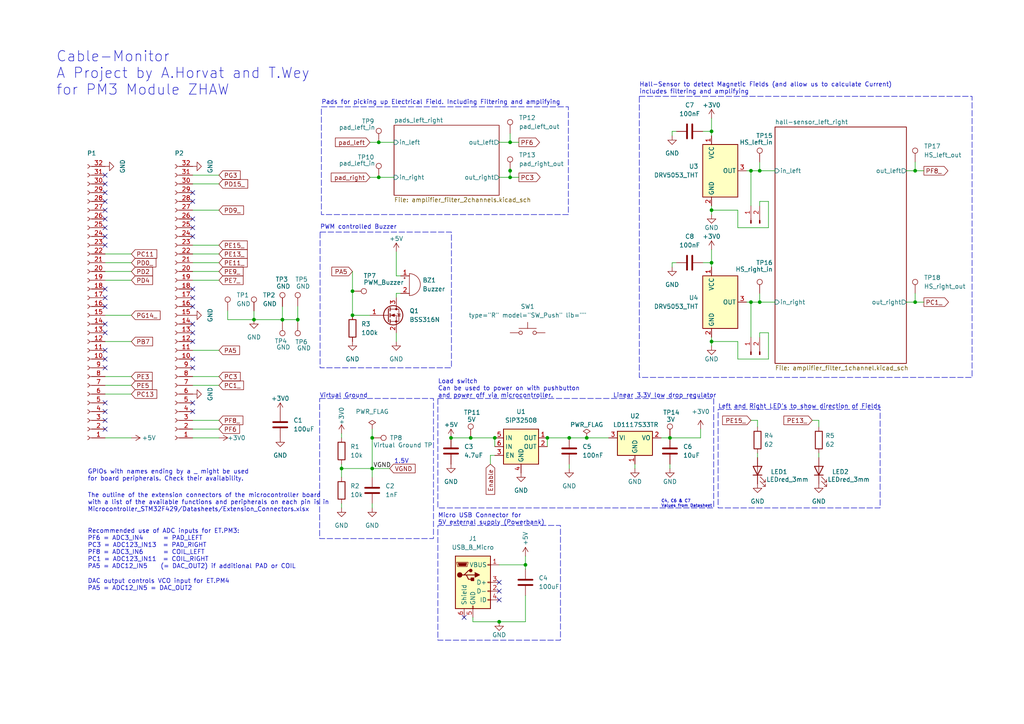
<source format=kicad_sch>
(kicad_sch (version 20230121) (generator eeschema)
  (paper "A4")
  (title_block (title "Cable Monitor") (date "2023-09-29") (rev "V.1.0") (company "ZHAW") (comment 1 "Created by: horvaale & weytim01") (comment 2 "This is the Hardware Schematic of the Cable Monitor PCB which was designed for ET.PM3"))
  (lib_symbols
    (symbol "Connector:Conn_01x02_Pin" (pin_names (offset 1.016) hide)
      (property "Reference" "J" (at 0 2.54 0))
      (property "Value" "Conn_01x02_Pin" (at 0 -5.08 0))
      (symbol "Conn_01x02_Pin_1_1"
        (pin passive line (at 5.08 0 180) (length 3.81) (name "Pin_1") (number "1"))
        (pin passive line (at 5.08 -2.54 180) (length 3.81) (name "Pin_2") (number "2"))
      )
    )
    (symbol "Connector:Conn_01x32_Socket" (pin_names (offset 1.016) hide)
      (property "Reference" "J" (at 0 40.64 0))
      (property "Value" "Conn_01x32_Socket" (at 0 -43.18 0))
      (symbol "Conn_01x32_Socket_1_1"
        (pin passive line (at -5.08 38.1 0) (length 3.81) (name "Pin_1") (number "1"))
        (pin passive line (at -5.08 15.24 0) (length 3.81) (name "Pin_10") (number "10"))
        (pin passive line (at -5.08 12.7 0) (length 3.81) (name "Pin_11") (number "11"))
        (pin passive line (at -5.08 10.16 0) (length 3.81) (name "Pin_12") (number "12"))
        (pin passive line (at -5.08 7.62 0) (length 3.81) (name "Pin_13") (number "13"))
        (pin passive line (at -5.08 5.08 0) (length 3.81) (name "Pin_14") (number "14"))
        (pin passive line (at -5.08 2.54 0) (length 3.81) (name "Pin_15") (number "15"))
        (pin passive line (at -5.08 0 0) (length 3.81) (name "Pin_16") (number "16"))
        (pin passive line (at -5.08 -2.54 0) (length 3.81) (name "Pin_17") (number "17"))
        (pin passive line (at -5.08 -5.08 0) (length 3.81) (name "Pin_18") (number "18"))
        (pin passive line (at -5.08 -7.62 0) (length 3.81) (name "Pin_19") (number "19"))
        (pin passive line (at -5.08 35.56 0) (length 3.81) (name "Pin_2") (number "2"))
        (pin passive line (at -5.08 -10.16 0) (length 3.81) (name "Pin_20") (number "20"))
        (pin passive line (at -5.08 -12.7 0) (length 3.81) (name "Pin_21") (number "21"))
        (pin passive line (at -5.08 -15.24 0) (length 3.81) (name "Pin_22") (number "22"))
        (pin passive line (at -5.08 -17.78 0) (length 3.81) (name "Pin_23") (number "23"))
        (pin passive line (at -5.08 -20.32 0) (length 3.81) (name "Pin_24") (number "24"))
        (pin passive line (at -5.08 -22.86 0) (length 3.81) (name "Pin_25") (number "25"))
        (pin passive line (at -5.08 -25.4 0) (length 3.81) (name "Pin_26") (number "26"))
        (pin passive line (at -5.08 -27.94 0) (length 3.81) (name "Pin_27") (number "27"))
        (pin passive line (at -5.08 -30.48 0) (length 3.81) (name "Pin_28") (number "28"))
        (pin passive line (at -5.08 -33.02 0) (length 3.81) (name "Pin_29") (number "29"))
        (pin passive line (at -5.08 33.02 0) (length 3.81) (name "Pin_3") (number "3"))
        (pin passive line (at -5.08 -35.56 0) (length 3.81) (name "Pin_30") (number "30"))
        (pin passive line (at -5.08 -38.1 0) (length 3.81) (name "Pin_31") (number "31"))
        (pin passive line (at -5.08 -40.64 0) (length 3.81) (name "Pin_32") (number "32"))
        (pin passive line (at -5.08 30.48 0) (length 3.81) (name "Pin_4") (number "4"))
        (pin passive line (at -5.08 27.94 0) (length 3.81) (name "Pin_5") (number "5"))
        (pin passive line (at -5.08 25.4 0) (length 3.81) (name "Pin_6") (number "6"))
        (pin passive line (at -5.08 22.86 0) (length 3.81) (name "Pin_7") (number "7"))
        (pin passive line (at -5.08 20.32 0) (length 3.81) (name "Pin_8") (number "8"))
        (pin passive line (at -5.08 17.78 0) (length 3.81) (name "Pin_9") (number "9"))
      )
    )
    (symbol "Connector:TestPoint" (pin_numbers hide) (pin_names (offset 0.762) hide)
      (property "Reference" "TP" (at 0 6.858 0))
      (property "Value" "TestPoint" (at 0 5.08 0))
      (symbol "TestPoint_1_1"
        (pin passive line (at 0 0 90) (length 2.54) (name "1") (number "1"))
      )
    )
    (symbol "Connector:USB_B_Micro" (pin_names (offset 1.016))
      (property "Reference" "J" (at -5.08 11.43 0))
      (property "Value" "USB_B_Micro" (at -5.08 8.89 0))
      (symbol "USB_B_Micro_1_1"
        (pin power_out line (at 7.62 5.08 180) (length 2.54) (name "VBUS") (number "1"))
        (pin bidirectional line (at 7.62 -2.54 180) (length 2.54) (name "D-") (number "2"))
        (pin bidirectional line (at 7.62 0 180) (length 2.54) (name "D+") (number "3"))
        (pin passive line (at 7.62 -5.08 180) (length 2.54) (name "ID") (number "4"))
        (pin power_out line (at 0 -10.16 90) (length 2.54) (name "GND") (number "5"))
        (pin passive line (at -2.54 -10.16 90) (length 2.54) (name "Shield") (number "6"))
      )
    )
    (symbol "Device:Buzzer" (pin_names (offset 0.0254) hide)
      (property "Reference" "BZ" (at 3.81 1.27 0))
      (property "Value" "Buzzer" (at 3.81 -1.27 0))
      (symbol "Buzzer_1_1"
        (pin passive line (at -2.54 2.54 0) (length 2.54) (name "-") (number "1"))
        (pin passive line (at -2.54 -2.54 0) (length 2.54) (name "+") (number "2"))
      )
    )
    (symbol "Device:C" (pin_numbers hide) (pin_names (offset 0.254))
      (property "Reference" "C" (at 0.635 2.54 0))
      (property "Value" "C" (at 0.635 -2.54 0))
      (symbol "C_1_1"
        (pin passive line (at 0 3.81 270) (length 2.794) (name "~") (number "1"))
        (pin passive line (at 0 -3.81 90) (length 2.794) (name "~") (number "2"))
      )
    )
    (symbol "Device:LED" (pin_numbers hide) (pin_names (offset 1.016) hide)
      (property "Reference" "D" (at 0 2.54 0))
      (property "Value" "LED" (at 0 -2.54 0))
      (symbol "LED_1_1"
        (pin passive line (at -3.81 0 0) (length 2.54) (name "K") (number "1"))
        (pin passive line (at 3.81 0 180) (length 2.54) (name "A") (number "2"))
      )
    )
    (symbol "Device:R" (pin_numbers hide) (pin_names (offset 0))
      (property "Reference" "R" (at 2.032 0 90))
      (property "Value" "R" (at 0 0 90))
      (symbol "R_1_1"
        (pin passive line (at 0 3.81 270) (length 1.27) (name "~") (number "1"))
        (pin passive line (at 0 -3.81 90) (length 1.27) (name "~") (number "2"))
      )
    )
    (symbol "HW_template:SiP32508"
      (property "Reference" "U" (at 0 8.89 0))
      (property "Value" "SiP32508" (at 0 6.35 0))
      (symbol "SiP32508_1_1"
        (pin passive line (at 7.62 2.54 180) (length 2.54) (name "OUT") (number "1"))
        (pin passive line (at 7.62 0 180) (length 2.54) (name "OUT") (number "2"))
        (pin input line (at -7.62 -2.54 0) (length 2.54) (name "EN") (number "3"))
        (pin power_in line (at 0 -7.62 90) (length 2.54) (name "GND") (number "4"))
        (pin passive line (at -7.62 2.54 0) (length 2.54) (name "IN") (number "5"))
        (pin passive line (at -7.62 0 0) (length 2.54) (name "IN") (number "6"))
      )
    )
    (symbol "Regulator_Linear:LD1117S33TR_SOT223"
      (property "Reference" "U" (at -3.81 3.175 0))
      (property "Value" "LD1117S33TR_SOT223" (at 0 3.175 0))
      (symbol "LD1117S33TR_SOT223_1_1"
        (pin power_in line (at 0 -7.62 90) (length 2.54) (name "GND") (number "1"))
        (pin power_out line (at 7.62 0 180) (length 2.54) (name "VO") (number "2"))
        (pin power_in line (at -7.62 0 0) (length 2.54) (name "VI") (number "3"))
      )
    )
    (symbol "Sensor_Magnetic:DRV5055A1xLPGxQ1"
      (property "Reference" "U" (at 5.08 12.7 0))
      (property "Value" "DRV5055A1xLPGxQ1" (at 7.62 10.16 0))
      (symbol "DRV5055A1xLPGxQ1_1_1"
        (pin power_in line (at -2.54 10.16 270) (length 2.54) (name "VCC") (number "1"))
        (pin power_in line (at -2.54 -10.16 90) (length 2.54) (name "GND") (number "2"))
        (pin output line (at 7.62 0 180) (length 2.54) (name "OUT") (number "3"))
      )
    )
    (symbol "Switch:SW_Push" (pin_numbers hide) (pin_names (offset 1.016) hide)
      (property "Reference" "SW" (at 1.27 2.54 0))
      (property "Value" "SW_Push" (at 0 -1.524 0))
      (symbol "SW_Push_0_1"
        (pin passive line (at -5.08 0 0) (length 2.54) (name "1") (number "1"))
        (pin passive line (at 5.08 0 180) (length 2.54) (name "2") (number "2"))
      )
    )
    (symbol "Transistor_FET:BSS138" (pin_names hide)
      (property "Reference" "Q" (at 5.08 1.905 0))
      (property "Value" "BSS138" (at 5.08 0 0))
      (symbol "BSS138_1_1"
        (pin input line (at -5.08 0 0) (length 2.54) (name "G") (number "1"))
        (pin passive line (at 2.54 -5.08 90) (length 2.54) (name "S") (number "2"))
        (pin passive line (at 2.54 5.08 270) (length 2.54) (name "D") (number "3"))
      )
    )
    (symbol "power:+3V0" (power) (pin_names (offset 0))
      (property "Value" "+3V0" (at 0 3.556 0))
      (symbol "+3V0_1_1"
        (pin power_in line (at 0 0 90) (length 0) hide (name "+3V0") (number "1"))
      )
    )
    (symbol "power:+5V" (power) (pin_names (offset 0))
      (property "Value" "+5V" (at 0 3.556 0))
      (symbol "+5V_1_1"
        (pin power_in line (at 0 0 90) (length 0) hide (name "+5V") (number "1"))
      )
    )
    (symbol "power:GND" (power) (pin_names (offset 0))
      (property "Value" "GND" (at 0 -3.81 0))
      (symbol "GND_1_1"
        (pin power_in line (at 0 0 270) (length 0) hide (name "GND") (number "1"))
      )
    )
    (symbol "power:PWR_FLAG" (power) (pin_numbers hide) (pin_names (offset 0) hide)
      (property "Value" "PWR_FLAG" (at 0 3.81 0))
      (symbol "PWR_FLAG_0_0"
        (pin power_out line (at 0 0 90) (length 0) (name "pwr") (number "1"))
      )
    )
  )
  (junction (at 152.4 163.83))
  (junction (at 107.95 127))
  (junction (at 217.805 87.63))
  (junction (at 220.345 49.53))
  (junction (at 136.525 127))
  (junction (at 86.36 92.71))
  (junction (at 206.375 38.1))
  (junction (at 107.95 135.89))
  (junction (at 147.955 41.275))
  (junction (at 102.235 91.44))
  (junction (at 102.235 84.455))
  (junction (at 143.51 127))
  (junction (at 147.955 49.53))
  (junction (at 73.66 92.71))
  (junction (at 165.1 127))
  (junction (at 81.915 92.71))
  (junction (at 220.345 87.63))
  (junction (at 109.855 41.275))
  (junction (at 217.805 49.53))
  (junction (at 265.43 87.63))
  (junction (at 206.375 60.96))
  (junction (at 109.855 51.435))
  (junction (at 147.955 51.435))
  (junction (at 170.18 127))
  (junction (at 99.06 135.89))
  (junction (at 206.375 76.2))
  (junction (at 194.31 127))
  (junction (at 144.78 180.34))
  (junction (at 158.75 127))
  (junction (at 130.81 127))
  (junction (at 206.375 99.06))
  (junction (at 265.43 49.53))
  (no_connect (at 144.78 171.45))
  (no_connect (at 144.78 168.91))
  (no_connect (at 144.78 173.99))
  (no_connect (at 134.62 179.07))
  (no_connect (at 55.88 88.9))
  (no_connect (at 55.88 86.36))
  (no_connect (at 55.88 83.82))
  (no_connect (at 55.88 96.52))
  (no_connect (at 55.88 93.98))
  (no_connect (at 55.88 68.58))
  (no_connect (at 55.88 66.04))
  (no_connect (at 55.88 63.5))
  (no_connect (at 55.88 58.42))
  (no_connect (at 55.88 55.88))
  (no_connect (at 55.88 119.38))
  (no_connect (at 55.88 116.84))
  (no_connect (at 30.48 116.84))
  (no_connect (at 30.48 119.38))
  (no_connect (at 30.48 121.92))
  (no_connect (at 30.48 124.46))
  (no_connect (at 30.48 66.04))
  (no_connect (at 30.48 68.58))
  (no_connect (at 30.48 71.12))
  (no_connect (at 30.48 83.82))
  (no_connect (at 30.48 86.36))
  (no_connect (at 30.48 88.9))
  (no_connect (at 30.48 50.8))
  (no_connect (at 30.48 53.34))
  (no_connect (at 30.48 55.88))
  (no_connect (at 30.48 58.42))
  (no_connect (at 30.48 60.96))
  (no_connect (at 30.48 63.5))
  (no_connect (at 30.48 93.98))
  (no_connect (at 30.48 96.52))
  (no_connect (at 30.48 104.14))
  (no_connect (at 30.48 106.68))
  (no_connect (at 55.88 106.68))
  (no_connect (at 55.88 104.14))
  (no_connect (at 55.88 99.06))
  (no_connect (at 30.48 101.6))
  (wire (pts (xy 114.935 85.09) (xy 114.935 86.36)))
  (wire (pts (xy 116.205 85.09) (xy 114.935 85.09)))
  (wire (pts (xy 99.06 134.62) (xy 99.06 135.89)))
  (wire (pts (xy 220.345 49.53) (xy 224.79 49.53)))
  (wire (pts (xy 213.995 104.14) (xy 213.995 99.06)))
  (wire (pts (xy 220.345 96.52) (xy 222.885 96.52)))
  (wire (pts (xy 265.43 49.53) (xy 267.97 49.53)))
  (wire (pts (xy 152.4 172.72) (xy 152.4 180.34)))
  (wire (pts (xy 158.75 127) (xy 165.1 127)))
  (wire (pts (xy 107.315 51.435) (xy 109.855 51.435)))
  (wire (pts (xy 206.375 34.29) (xy 206.375 38.1)))
  (wire (pts (xy 38.1 114.3) (xy 30.48 114.3)))
  (wire (pts (xy 99.06 125.73) (xy 99.06 127)))
  (wire (pts (xy 203.835 76.2) (xy 206.375 76.2)))
  (wire (pts (xy 206.375 38.1) (xy 206.375 39.37)))
  (wire (pts (xy 107.95 146.05) (xy 107.95 147.32)))
  (wire (pts (xy 63.5 73.66) (xy 55.88 73.66)))
  (wire (pts (xy 144.78 163.83) (xy 152.4 163.83)))
  (wire (pts (xy 99.06 135.89) (xy 107.95 135.89)))
  (wire (pts (xy 216.535 49.53) (xy 217.805 49.53)))
  (wire (pts (xy 144.78 51.435) (xy 147.955 51.435)))
  (wire (pts (xy 114.935 96.52) (xy 114.935 99.06)))
  (wire (pts (xy 170.18 127) (xy 176.53 127)))
  (wire (pts (xy 265.43 85.09) (xy 265.43 87.63)))
  (wire (pts (xy 196.215 38.1) (xy 194.945 38.1)))
  (wire (pts (xy 63.5 53.34) (xy 55.88 53.34)))
  (wire (pts (xy 191.77 127) (xy 194.31 127)))
  (wire (pts (xy 143.51 132.08) (xy 142.24 132.08)))
  (wire (pts (xy 165.1 134.62) (xy 165.1 135.89)))
  (wire (pts (xy 107.95 135.89) (xy 107.95 138.43)))
  (wire (pts (xy 130.81 127) (xy 136.525 127)))
  (wire (pts (xy 194.31 127) (xy 203.2 127)))
  (wire (pts (xy 216.535 87.63) (xy 217.805 87.63)))
  (wire (pts (xy 73.66 92.71) (xy 81.915 92.71)))
  (wire (pts (xy 147.955 48.895) (xy 147.955 49.53)))
  (wire (pts (xy 206.375 76.2) (xy 206.375 77.47)))
  (wire (pts (xy 219.71 131.445) (xy 219.71 132.715)))
  (wire (pts (xy 147.955 38.735) (xy 147.955 41.275)))
  (wire (pts (xy 143.51 127) (xy 143.51 129.54)))
  (wire (pts (xy 217.805 49.53) (xy 217.805 59.69)))
  (wire (pts (xy 194.31 134.62) (xy 194.31 135.89)))
  (wire (pts (xy 206.375 99.06) (xy 206.375 100.33)))
  (wire (pts (xy 144.78 180.34) (xy 152.4 180.34)))
  (wire (pts (xy 63.5 60.96) (xy 55.88 60.96)))
  (wire (pts (xy 102.235 84.455) (xy 102.235 91.44)))
  (wire (pts (xy 136.525 127) (xy 143.51 127)))
  (wire (pts (xy 206.375 60.96) (xy 206.375 62.23)))
  (wire (pts (xy 213.995 99.06) (xy 206.375 99.06)))
  (wire (pts (xy 107.95 127) (xy 107.95 135.89)))
  (wire (pts (xy 213.995 66.04) (xy 213.995 60.96)))
  (wire (pts (xy 222.885 58.42) (xy 222.885 66.04)))
  (wire (pts (xy 81.915 92.71) (xy 86.36 92.71)))
  (wire (pts (xy 38.1 99.06) (xy 30.48 99.06)))
  (wire (pts (xy 265.43 87.63) (xy 267.97 87.63)))
  (wire (pts (xy 114.935 80.01) (xy 116.205 80.01)))
  (wire (pts (xy 165.1 127) (xy 170.18 127)))
  (wire (pts (xy 206.375 97.79) (xy 206.375 99.06)))
  (wire (pts (xy 219.71 121.92) (xy 219.71 123.825)))
  (wire (pts (xy 217.805 87.63) (xy 217.805 97.79)))
  (wire (pts (xy 63.5 121.92) (xy 55.88 121.92)))
  (wire (pts (xy 220.345 59.69) (xy 220.345 58.42)))
  (wire (pts (xy 262.89 87.63) (xy 265.43 87.63)))
  (wire (pts (xy 63.5 124.46) (xy 55.88 124.46)))
  (wire (pts (xy 152.4 163.83) (xy 152.4 165.1)))
  (wire (pts (xy 203.835 38.1) (xy 206.375 38.1)))
  (wire (pts (xy 38.1 91.44) (xy 30.48 91.44)))
  (wire (pts (xy 63.5 109.22) (xy 55.88 109.22)))
  (wire (pts (xy 102.235 78.74) (xy 102.235 84.455)))
  (wire (pts (xy 66.04 90.17) (xy 66.04 92.71)))
  (wire (pts (xy 109.855 51.435) (xy 114.3 51.435)))
  (wire (pts (xy 63.5 101.6) (xy 55.88 101.6)))
  (wire (pts (xy 147.955 49.53) (xy 147.955 51.435)))
  (wire (pts (xy 217.805 87.63) (xy 220.345 87.63)))
  (wire (pts (xy 235.585 121.92) (xy 237.49 121.92)))
  (wire (pts (xy 237.49 121.92) (xy 237.49 123.825)))
  (wire (pts (xy 66.04 92.71) (xy 73.66 92.71)))
  (wire (pts (xy 63.5 71.12) (xy 55.88 71.12)))
  (wire (pts (xy 107.95 135.89) (xy 113.03 135.89)))
  (wire (pts (xy 38.1 81.28) (xy 30.48 81.28)))
  (wire (pts (xy 137.16 179.07) (xy 137.16 180.34)))
  (wire (pts (xy 109.855 41.275) (xy 114.3 41.275)))
  (wire (pts (xy 220.345 46.99) (xy 220.345 49.53)))
  (wire (pts (xy 102.235 91.44) (xy 107.315 91.44)))
  (wire (pts (xy 142.24 132.08) (xy 142.24 134.62)))
  (wire (pts (xy 107.315 41.275) (xy 109.855 41.275)))
  (wire (pts (xy 99.06 146.05) (xy 99.06 147.32)))
  (wire (pts (xy 99.06 135.89) (xy 99.06 138.43)))
  (wire (pts (xy 114.935 73.025) (xy 114.935 80.01)))
  (wire (pts (xy 152.4 161.29) (xy 152.4 163.83)))
  (wire (pts (xy 63.5 76.2) (xy 55.88 76.2)))
  (wire (pts (xy 222.885 66.04) (xy 213.995 66.04)))
  (wire (pts (xy 203.2 124.46) (xy 203.2 127)))
  (wire (pts (xy 213.995 60.96) (xy 206.375 60.96)))
  (wire (pts (xy 158.75 127) (xy 158.75 129.54)))
  (wire (pts (xy 220.345 87.63) (xy 224.79 87.63)))
  (wire (pts (xy 237.49 131.445) (xy 237.49 132.715)))
  (wire (pts (xy 63.5 127) (xy 55.88 127)))
  (wire (pts (xy 206.375 59.69) (xy 206.375 60.96)))
  (wire (pts (xy 222.885 96.52) (xy 222.885 104.14)))
  (wire (pts (xy 144.78 41.275) (xy 147.955 41.275)))
  (wire (pts (xy 217.805 121.92) (xy 219.71 121.92)))
  (wire (pts (xy 86.36 92.71) (xy 86.36 93.345)))
  (wire (pts (xy 220.345 58.42) (xy 222.885 58.42)))
  (wire (pts (xy 184.15 134.62) (xy 184.15 135.89)))
  (wire (pts (xy 81.915 88.9) (xy 81.915 92.71)))
  (wire (pts (xy 196.215 76.2) (xy 194.945 76.2)))
  (wire (pts (xy 63.5 111.76) (xy 55.88 111.76)))
  (wire (pts (xy 107.95 124.46) (xy 107.95 127)))
  (wire (pts (xy 262.89 49.53) (xy 265.43 49.53)))
  (wire (pts (xy 147.955 51.435) (xy 150.495 51.435)))
  (wire (pts (xy 73.66 90.17) (xy 73.66 92.71)))
  (wire (pts (xy 38.1 76.2) (xy 30.48 76.2)))
  (wire (pts (xy 147.955 41.275) (xy 150.495 41.275)))
  (wire (pts (xy 30.48 127) (xy 38.1 127)))
  (wire (pts (xy 63.5 78.74) (xy 55.88 78.74)))
  (wire (pts (xy 222.885 104.14) (xy 213.995 104.14)))
  (wire (pts (xy 217.805 49.53) (xy 220.345 49.53)))
  (wire (pts (xy 194.945 76.2) (xy 194.945 77.47)))
  (wire (pts (xy 63.5 81.28) (xy 55.88 81.28)))
  (wire (pts (xy 206.375 72.39) (xy 206.375 76.2)))
  (wire (pts (xy 220.345 85.09) (xy 220.345 87.63)))
  (wire (pts (xy 265.43 46.99) (xy 265.43 49.53)))
  (wire (pts (xy 86.36 88.9) (xy 86.36 92.71)))
  (wire (pts (xy 194.945 38.1) (xy 194.945 39.37)))
  (wire (pts (xy 38.1 109.22) (xy 30.48 109.22)))
  (wire (pts (xy 63.5 50.8) (xy 55.88 50.8)))
  (wire (pts (xy 38.1 73.66) (xy 30.48 73.66)))
  (wire (pts (xy 220.345 97.79) (xy 220.345 96.52)))
  (wire (pts (xy 137.16 180.34) (xy 144.78 180.34)))
  (wire (pts (xy 81.915 92.71) (xy 81.915 93.345)))
  (wire (pts (xy 38.1 78.74) (xy 30.48 78.74)))
  (wire (pts (xy 38.1 111.76) (xy 30.48 111.76)))
  (rectangle (start 92.71 115.57) (end 125.73 156.21) (stroke (width 0) (type dash)))
  (rectangle (start 127 152.4) (end 162.56 185.674) (stroke (width 0) (type dash)))
  (rectangle (start 93.218 30.988) (end 164.846 62.23) (stroke (width 0) (type dash)))
  (rectangle (start 92.837 67.31) (end 130.937 106.68) (stroke (width 0) (type dash)))
  (rectangle (start 185.42 27.94) (end 281.94 109.474) (stroke (width 0) (type dash)))
  (rectangle (start 127 115.57) (end 207.01 147.32) (stroke (width 0) (type dash)))
  (rectangle (start 208.28 118.745) (end 255.27 147.32) (stroke (width 0) (type dash)))
  (text "The outline of the extension connectors of the microcontroller board\nwith a list of the available functions and peripherals on each pin is in\nMicrocontroller_STM32F429/Datasheets/Extension_Connectors.xlsx" (at 25.4 148.59 0) (effects (font (size 1.27 1.27)) (justify left bottom)))
  (text "Virtual Ground" (at 92.71 115.57 0) (effects (font (size 1.27 1.27)) (justify left bottom)))
  (text "Pads for picking up Electrical Field. Including Filtering and amplifying" (at 93.218 30.48 0) (effects (font (size 1.27 1.27)) (justify left bottom)))
  (text "PWM controlled Buzzer\n" (at 92.837 66.675 0) (effects (font (size 1.27 1.27)) (justify left bottom)))
  (text "Hall-Sensor to detect Magnetic Fields (and allow us to calculate Current)\nincludes filtering and amplifying" (at 185.42 27.432 0) (effects (font (size 1.27 1.27)) (justify left bottom)))
  (text "Linear 3.3V low drop regulator" (at 177.8 115.57 0) (effects (font (size 1.27 1.27)) (justify left bottom)))
  (text "C4, C6 & C7\nValues from Datasheet" (at 191.77 147.32 0) (effects (font (size 0.85 0.85)) (justify left bottom)))
  (text "DAC output controls VCO input for ET.PM4\nPA5 = ADC12_IN5 = DAC_OUT2" (at 25.4 171.45 0) (effects (font (size 1.27 1.27)) (justify left bottom)))
  (text "Load switch\nCan be used to power on with pushbutton\nand power off via microcontroller." (at 127 115.57 0) (effects (font (size 1.27 1.27)) (justify left bottom)))
  (text "Left and Right LED's to show direction of Fields\n" (at 208.28 118.745 0) (effects (font (size 1.27 1.27)) (justify left bottom)))
  (text "GPIOs with names ending by a _ might be used\nfor board peripherals. Check their availability." (at 25.4 139.7 0) (effects (font (size 1.27 1.27)) (justify left bottom)))
  (text "Recommended use of ADC inputs for ET.PM3:\nPF6 = ADC3_IN4      = PAD_LEFT\nPC3 = ADC123_IN13  = PAD_RIGHT\nPF8 = ADC3_IN6      = COIL_LEFT\nPC1 = ADC123_IN11  = COIL_RIGHT\nPA5 = ADC12_IN5    (= DAC_OUT2) if additional PAD or COIL" (at 25.4 165.1 0) (effects (font (size 1.27 1.27)) (justify left bottom)))
  (text "Cable-Monitor\nA Project by A.Horvat and T.Wey \nfor PM3 Module ZHAW\n" (at 16.256 27.94 0) (effects (font (size 3 3)) (justify left bottom)))
  (text "Micro USB Connector for \n5V external supply (Powerbank)\n" (at 127 152.4 0) (effects (font (size 1.27 1.27)) (justify left bottom)))
  (text "1.5V\n" (at 114.3 134.62 0) (effects (font (size 1.27 1.27)) (justify left bottom)))
  (label "VGND" (at 108.2467 135.89 0))
  (global_label "PD4" (shape input) (at 38.1 81.28 0) (property "Intersheetrefs" "${INTERSHEET_REFS}" (effects hide)))
  (global_label "VGND" (shape input) (at 113.03 135.89 0) (property "Intersheetrefs" "1.5V" (effects hide)))
  (global_label "PC3" (shape output) (at 150.495 51.435 0) (property "Intersheetrefs" "${INTERSHEET_REFS}" (effects hide)))
  (global_label "PE5" (shape input) (at 38.1 111.76 0) (property "Intersheetrefs" "${INTERSHEET_REFS}" (effects hide)))
  (global_label "PD0_" (shape input) (at 38.1 76.2 0) (property "Intersheetrefs" "${INTERSHEET_REFS}" (effects hide)))
  (global_label "PC1_" (shape input) (at 63.5 111.76 0) (property "Intersheetrefs" "${INTERSHEET_REFS}" (effects hide)))
  (global_label "PB7" (shape input) (at 38.1 99.06 0) (property "Intersheetrefs" "${INTERSHEET_REFS}" (effects hide)))
  (global_label "PF6" (shape output) (at 150.495 41.275 0) (property "Intersheetrefs" "${INTERSHEET_REFS}" (effects hide)))
  (global_label "PD9_" (shape input) (at 63.5 60.96 0) (property "Intersheetrefs" "${INTERSHEET_REFS}" (effects hide)))
  (global_label "PE3" (shape input) (at 38.1 109.22 0) (property "Intersheetrefs" "${INTERSHEET_REFS}" (effects hide)))
  (global_label "PC1_" (shape output) (at 267.97 87.63 0) (property "Intersheetrefs" "${INTERSHEET_REFS}" (effects hide)))
  (global_label "PE13_" (shape input) (at 63.5 73.66 0) (property "Intersheetrefs" "${INTERSHEET_REFS}" (effects hide)))
  (global_label "PE7_" (shape input) (at 63.5 81.28 0) (property "Intersheetrefs" "${INTERSHEET_REFS}" (effects hide)))
  (global_label "PA5" (shape input) (at 63.5 101.6 0) (property "Intersheetrefs" "${INTERSHEET_REFS}" (effects hide)))
  (global_label "PA5" (shape input) (at 102.235 78.74 180) (property "Intersheetrefs" "${INTERSHEET_REFS}" (effects hide)))
  (global_label "PE15_" (shape input) (at 63.5 71.12 0) (property "Intersheetrefs" "${INTERSHEET_REFS}" (effects hide)))
  (global_label "PE11_" (shape input) (at 63.5 76.2 0) (property "Intersheetrefs" "${INTERSHEET_REFS}" (effects hide)))
  (global_label "PF8_" (shape input) (at 63.5 121.92 0) (property "Intersheetrefs" "${INTERSHEET_REFS}" (effects hide)))
  (global_label "PG3" (shape input) (at 63.5 50.8 0) (property "Intersheetrefs" "${INTERSHEET_REFS}" (effects hide)))
  (global_label "PC11" (shape input) (at 38.1 73.66 0) (property "Intersheetrefs" "${INTERSHEET_REFS}" (effects hide)))
  (global_label "PE13_" (shape input) (at 235.585 121.92 180) (property "Intersheetrefs" "${INTERSHEET_REFS}" (effects hide)))
  (global_label "PE15_" (shape input) (at 217.805 121.92 180) (property "Intersheetrefs" "${INTERSHEET_REFS}" (effects hide)))
  (global_label "PG14_" (shape input) (at 38.1 91.44 0) (property "Intersheetrefs" "${INTERSHEET_REFS}" (effects hide)))
  (global_label "PF6" (shape input) (at 63.5 124.46 0) (property "Intersheetrefs" "${INTERSHEET_REFS}" (effects hide)))
  (global_label "PD15_" (shape input) (at 63.5 53.34 0) (property "Intersheetrefs" "${INTERSHEET_REFS}" (effects hide)))
  (global_label "PE9_" (shape input) (at 63.5 78.74 0) (property "Intersheetrefs" "${INTERSHEET_REFS}" (effects hide)))
  (global_label "pad_left" (shape input) (at 107.315 41.275 180) (property "Intersheetrefs" "${INTERSHEET_REFS}" (effects hide)))
  (global_label "PC3" (shape input) (at 63.5 109.22 0) (property "Intersheetrefs" "${INTERSHEET_REFS}" (effects hide)))
  (global_label "Enable" (shape input) (at 142.24 134.62 270) (property "Intersheetrefs" "${INTERSHEET_REFS}" (effects hide)))
  (global_label "PC13" (shape input) (at 38.1 114.3 0) (property "Intersheetrefs" "${INTERSHEET_REFS}" (effects hide)))
  (global_label "pad_right" (shape input) (at 107.315 51.435 180) (property "Intersheetrefs" "${INTERSHEET_REFS}" (effects hide)))
  (global_label "PF8_" (shape output) (at 267.97 49.53 0) (property "Intersheetrefs" "${INTERSHEET_REFS}" (effects hide)))
  (global_label "PD2" (shape input) (at 38.1 78.74 0) (property "Intersheetrefs" "${INTERSHEET_REFS}" (effects hide)))
  (symbol (lib_id "Device:C") (at 130.81 130.81 0) (unit 1)
    (property "Reference" "C3" (at 134.62 129.5399 0) (effects (justify left)))
    (property "Value" "4.7uF" (at 134.62 132.0799 0) (effects (justify left)))
    (property "Footprint" "Capacitor_SMD:C_1206_3216Metric_Pad1.33x1.80mm_HandSolder" (effects hide))
  )
  (symbol (lib_id "power:GND") (at 165.1 135.89 0) (unit 1)
    (property "Reference" "#PWR021" (effects hide))
    (property "Value" "GND" (at 165.1 140.97 0))
  )
  (symbol (lib_id "power:GND") (at 99.06 147.32 0) (unit 1)
    (property "Reference" "#PWR011" (effects hide))
    (property "Value" "GND" (at 99.06 152.4 0))
  )
  (symbol (lib_id "power:GND") (at 206.375 62.23 0) (unit 1)
    (property "Reference" "#PWR028" (effects hide))
    (property "Value" "GND" (at 206.375 66.04 0))
  )
  (symbol (lib_id "Connector:TestPoint") (at 81.915 88.9 0) (unit 1)
    (property "Reference" "TP3" (at 79.883 81.026 0) (effects (justify left)))
    (property "Value" "GND" (at 80.137 83.058 0) (effects (justify left)))
    (property "Footprint" "TestPoint:TestPoint_Loop_D2.60mm_Drill1.6mm_Beaded" (effects hide))
    (property "Sim.Enable" "0" (effects hide))
    (property "Sim.Pins" "1=1" (effects hide))
  )
  (symbol (lib_id "Connector:TestPoint") (at 147.955 49.53 0) (unit 1)
    (property "Reference" "TP13" (at 150.495 44.9579 0) (effects (justify left)))
    (property "Value" "pad_right_out" (at 150.495 47.4979 0) (effects (justify left)))
    (property "Footprint" "TestPoint:TestPoint_Loop_D2.60mm_Drill1.6mm_Beaded" (effects hide))
    (property "Sim.Enable" "0" (effects hide))
    (property "Sim.Pins" "1=1" (effects hide))
  )
  (symbol (lib_id "Device:C") (at 152.4 168.91 0) (unit 1)
    (property "Reference" "C4" (at 156.21 167.64 0) (effects (justify left)))
    (property "Value" "100uF" (at 156.21 170.18 0) (effects (justify left)))
    (property "Footprint" "Capacitor_SMD:C_0805_2012Metric_Pad1.18x1.45mm_HandSolder" (effects hide))
  )
  (symbol (lib_id "Device:R") (at 99.06 130.81 0) (unit 1)
    (property "Reference" "R1" (at 101.6 129.54 0) (effects (justify left)))
    (property "Value" "10k" (at 101.6 132.08 0) (effects (justify left)))
    (property "Footprint" "Resistor_SMD:R_0805_2012Metric_Pad1.20x1.40mm_HandSolder" (effects hide))
  )
  (symbol (lib_id "power:PWR_FLAG") (at 170.18 127 0) (unit 1)
    (property "Reference" "#FLG04" (effects hide))
    (property "Value" "PWR_FLAG" (at 170.18 123.19 0))
  )
  (symbol (lib_id "Transistor_FET:BSS138") (at 112.395 91.44 0) (unit 1)
    (property "Reference" "Q1" (at 118.745 90.1699 0) (effects (justify left)))
    (property "Value" "BSS316N" (at 118.745 92.7099 0) (effects (justify left)))
    (property "Footprint" "Package_TO_SOT_SMD:SOT-23" (effects hide))
    (property "Datasheet" "https://www.infineon.com/dgdl/Infineon-BSS316N-DS-v02_03-EN.pdf?fileId=db3a304330f686060130ff7ee4b07f16" (effects hide))
    (property "Sim.Library" "spice\\miscellaneous.lib" (effects hide))
    (property "Sim.Name" "BSS316N" (effects hide))
    (property "Sim.Pins" "3=1 1=2 2=3" (effects hide))
  )
  (symbol (lib_id "Connector:TestPoint") (at 220.345 85.09 0) (unit 1)
    (property "Reference" "TP16" (at 224.155 76.2 0) (effects (justify right)))
    (property "Value" "HS_right_in" (at 224.155 78.105 0) (effects (justify right)))
    (property "Footprint" "TestPoint:TestPoint_Loop_D2.60mm_Drill1.6mm_Beaded" (effects hide))
    (property "Sim.Enable" "0" (effects hide))
    (property "Sim.Device" "SPICE" (effects hide))
    (property "Sim.Params" "type=\"R\" model=\"pad_left\" lib=\"\"" (effects hide))
    (property "Sim.Pins" "1=1" (effects hide))
  )
  (symbol (lib_id "Connector:TestPoint") (at 86.36 88.9 0) (unit 1)
    (property "Reference" "TP5" (at 85.598 81.026 0) (effects (justify left)))
    (property "Value" "GND" (at 85.852 83.058 0) (effects (justify left)))
    (property "Footprint" "TestPoint:TestPoint_Loop_D2.60mm_Drill1.6mm_Beaded" (effects hide))
    (property "Sim.Enable" "0" (effects hide))
    (property "Sim.Pins" "1=1" (effects hide))
  )
  (symbol (lib_id "Device:C") (at 81.28 123.19 0) (unit 1)
    (property "Reference" "C1" (at 85.09 121.9199 0) (effects (justify left)))
    (property "Value" "100uF" (at 85.09 124.4599 0) (effects (justify left)))
    (property "Footprint" "Capacitor_SMD:C_1206_3216Metric_Pad1.33x1.80mm_HandSolder" (effects hide))
  )
  (symbol (lib_id "Device:R") (at 102.235 95.25 0) (unit 1)
    (property "Reference" "R3" (at 104.775 93.9799 0) (effects (justify left)))
    (property "Value" "100k" (at 104.775 96.5199 0) (effects (justify left)))
    (property "Footprint" "Resistor_SMD:R_0805_2012Metric_Pad1.20x1.40mm_HandSolder" (effects hide))
  )
  (symbol (lib_id "Device:LED") (at 219.71 136.525 90) (unit 1)
    (property "Reference" "LED1" (at 223.52 136.8424 90) (effects (justify right)))
    (property "Value" "LEDred_3mm" (at 222.25 139.065 90) (effects (justify right)))
    (property "Footprint" "LED_THT:LED_D3.0mm" (effects hide))
    (property "Sim.Library" "spice\\miscellaneous.lib" (effects hide))
    (property "Sim.Name" "LEDblue" (effects hide))
    (property "Sim.Pins" "2=1 1=2" (effects hide))
  )
  (symbol (lib_id "Device:R") (at 237.49 127.635 0) (unit 1)
    (property "Reference" "R5" (at 239.395 126.365 0) (effects (justify left)))
    (property "Value" "62" (at 239.395 128.905 0) (effects (justify left)))
    (property "Footprint" "Resistor_SMD:R_0805_2012Metric_Pad1.20x1.40mm_HandSolder" (effects hide))
  )
  (symbol (lib_id "power:GND") (at 194.31 135.89 0) (unit 1)
    (property "Reference" "#PWR025" (effects hide))
    (property "Value" "GND" (at 194.31 139.7 0))
  )
  (symbol (lib_id "power:GND") (at 194.945 39.37 0) (unit 1)
    (property "Reference" "#PWR023" (effects hide))
    (property "Value" "GND" (at 194.945 44.45 0))
  )
  (symbol (lib_id "power:GND") (at 184.15 135.89 0) (unit 1)
    (property "Reference" "#PWR022" (effects hide))
    (property "Value" "GND" (at 184.15 139.7 0))
  )
  (symbol (lib_id "Connector:TestPoint") (at 220.345 46.99 0) (unit 1)
    (property "Reference" "TP15" (at 224.155 39.37 0) (effects (justify right)))
    (property "Value" "HS_left_in" (at 224.155 41.275 0) (effects (justify right)))
    (property "Footprint" "TestPoint:TestPoint_Loop_D2.60mm_Drill1.6mm_Beaded" (effects hide))
    (property "Sim.Enable" "0" (effects hide))
    (property "Sim.Device" "SPICE" (effects hide))
    (property "Sim.Params" "type=\"R\" model=\"pad_left\" lib=\"\"" (effects hide))
    (property "Sim.Pins" "1=1" (effects hide))
  )
  (symbol (lib_id "power:+5V") (at 130.81 127 0) (unit 1)
    (property "Reference" "#PWR016" (effects hide))
    (property "Value" "+5V" (at 130.81 123.19 0))
  )
  (symbol (lib_id "Connector:TestPoint") (at 194.31 127 0) (unit 1)
    (property "Reference" "TP14" (at 192.278 119.634 0) (effects (justify left)))
    (property "Value" "3V" (at 193.294 121.666 0) (effects (justify left)))
    (property "Footprint" "TestPoint:TestPoint_Loop_D2.60mm_Drill1.6mm_Beaded" (effects hide))
  )
  (symbol (lib_id "power:+5V") (at 114.935 73.025 0) (unit 1)
    (property "Reference" "#PWR014" (effects hide))
    (property "Value" "+5V" (at 114.935 69.215 0))
  )
  (symbol (lib_id "Connector:Conn_01x32_Socket") (at 50.8 88.9 180) (unit 1)
    (property "Reference" "P2" (at 53.34 44.45 0) (effects (justify left)))
    (property "Value" "${SIM.PARAMS}" (effects hide))
    (property "Footprint" "Connector_PinSocket_2.54mm:PinSocket_1x32_P2.54mm_Vertical" (effects hide))
    (property "Sim.Enable" "0" (effects hide))
    (property "Sim.Device" "SPICE" (effects hide))
    (property "Sim.Params" "type=\"R\" model=\"Conn_01x32_Female\" lib=\"\"" (effects hide))
    (property "Sim.Pins" "1=1 2=2 3=3 4=4 5=5 6=6 7=7 8=8 9=9 10=10 11=11 12=12 13=13 14=14 15=15 16=16 17=17 18=18 19=19 20=20 21=21 22=22 23=23 24=24 25=25 26=26 27=27 28=28 29=29 30=30 31=31 32=32" (effects hide))
  )
  (symbol (lib_id "Connector:TestPoint") (at 86.36 93.345 180) (unit 1)
    (property "Reference" "TP6" (at 85.598 99.187 0) (effects (justify right)))
    (property "Value" "GND" (at 86.106 100.965 0) (effects (justify right)))
    (property "Footprint" "TestPoint:TestPoint_Loop_D2.60mm_Drill1.6mm_Beaded" (effects hide))
    (property "Sim.Enable" "0" (effects hide))
    (property "Sim.Pins" "1=1" (effects hide))
  )
  (symbol (lib_id "power:+3V0") (at 206.375 34.29 0) (unit 1)
    (property "Reference" "#PWR027" (effects hide))
    (property "Value" "+3V0" (at 206.375 30.48 0))
  )
  (symbol (lib_id "Regulator_Linear:LD1117S33TR_SOT223") (at 184.15 127 0) (unit 1)
    (property "Reference" "U2" (at 184.15 120.65 0))
    (property "Value" "LD1117S33TR" (at 177.8 123.19 0) (effects (justify left)))
    (property "Footprint" "Package_TO_SOT_SMD:SOT-223-3_TabPin2" (effects hide))
    (property "Datasheet" "http://www.st.com/st-web-ui/static/active/en/resource/technical/document/datasheet/CD00000544.pdf" (effects hide))
    (property "Sim.Library" "spice\\LM1117_N_3P3_TRANS.LIB" (effects hide))
    (property "Sim.Name" "LM1117_N_3P3_TRANS" (effects hide))
    (property "Sim.Pins" "3=1 2=2 1=3 1=4" (effects hide))
  )
  (symbol (lib_id "power:GND") (at 55.88 114.3 90) (unit 1)
    (property "Reference" "#PWR05" (effects hide))
    (property "Value" "GND" (at 60.96 114.3 0))
  )
  (symbol (lib_id "Connector:TestPoint") (at 81.915 93.345 180) (unit 1)
    (property "Reference" "TP4" (at 79.629 98.933 0) (effects (justify right)))
    (property "Value" "GND" (at 80.137 100.711 0) (effects (justify right)))
    (property "Footprint" "TestPoint:TestPoint_Loop_D2.60mm_Drill1.6mm_Beaded" (effects hide))
    (property "Sim.Enable" "0" (effects hide))
    (property "Sim.Pins" "1=1" (effects hide))
  )
  (symbol (lib_id "power:GND") (at 73.66 92.71 0) (unit 1)
    (property "Reference" "#PWR07" (effects hide))
    (property "Value" "GND" (at 73.66 97.79 0))
  )
  (symbol (lib_id "Connector:Conn_01x02_Pin") (at 217.805 102.87 90) (unit 1)
    (property "Reference" "Lconn2" (effects hide))
    (property "Value" "Conn_01x02_Male" (effects hide))
    (property "Footprint" "Connector_PinHeader_2.54mm:PinHeader_1x02_P2.54mm_Vertical" (effects hide))
    (property "Sim.Enable" "0" (effects hide))
    (property "Sim.Device" "SPICE" (effects hide))
    (property "Sim.Params" "type=\"L\" model=\"Conn_01x02_Male\" lib=\"\"" (effects hide))
    (property "Sim.Pins" "1=1 2=2" (effects hide))
  )
  (symbol (lib_id "power:GND") (at 130.81 134.62 0) (unit 1)
    (property "Reference" "#PWR017" (effects hide))
    (property "Value" "GND" (at 130.81 139.7 0))
  )
  (symbol (lib_id "power:+5V") (at 152.4 161.29 0) (unit 1)
    (property "Reference" "#PWR020" (effects hide))
    (property "Value" "+5V" (at 152.4 156.21 90))
  )
  (symbol (lib_id "power:GND") (at 151.13 137.16 0) (unit 1)
    (property "Reference" "#PWR019" (effects hide))
    (property "Value" "GND" (at 151.13 142.24 0))
  )
  (symbol (lib_id "Sensor_Magnetic:DRV5055A1xLPGxQ1") (at 208.915 87.63 0) (unit 1)
    (property "Reference" "U4" (at 202.565 86.36 0) (effects (justify right)))
    (property "Value" "DRV5053_THT" (at 202.565 88.9 0) (effects (justify right)))
    (property "Footprint" "HW_template:TO-92Flat_wide" (effects hide))
    (property "Datasheet" "https://www.ti.com/product/DRV5053" (effects hide))
    (property "Sim.Enable" "0" (effects hide))
    (property "Sim.Device" "SPICE" (effects hide))
    (property "Sim.Params" "type=\"R\" model=\"DRV5053_THT\" lib=\"\"" (effects hide))
    (property "Sim.Pins" "1=1 2=2 3=3" (effects hide))
  )
  (symbol (lib_id "Connector:Conn_01x02_Pin") (at 217.805 64.77 90) (unit 1)
    (property "Reference" "Lconn1" (effects hide))
    (property "Value" "Conn_01x02_Male" (effects hide))
    (property "Footprint" "Connector_PinHeader_2.54mm:PinHeader_1x02_P2.54mm_Vertical" (effects hide))
    (property "Sim.Enable" "0" (effects hide))
    (property "Sim.Device" "SPICE" (effects hide))
    (property "Sim.Params" "type=\"L\" model=\"Conn_01x02_Male\" lib=\"\"" (effects hide))
    (property "Sim.Pins" "1=1 2=2" (effects hide))
  )
  (symbol (lib_id "Connector:TestPoint") (at 109.855 51.435 0) (unit 1)
    (property "Reference" "TP10" (at 108.585 45.593 0) (effects (justify right)))
    (property "Value" "pad_left_in" (at 108.839 47.371 0) (effects (justify right)))
    (property "Footprint" "TestPoint:TestPoint_Loop_D2.60mm_Drill1.6mm_Beaded" (effects hide))
    (property "Sim.Enable" "0" (effects hide))
    (property "Sim.Device" "SPICE" (effects hide))
    (property "Sim.Params" "type=\"R\" model=\"pad_left\" lib=\"\"" (effects hide))
    (property "Sim.Pins" "1=1" (effects hide))
  )
  (symbol (lib_id "Connector:TestPoint") (at 136.525 127 0) (unit 1)
    (property "Reference" "TP11" (at 134.493 119.634 0) (effects (justify left)))
    (property "Value" "5V" (at 135.509 121.666 0) (effects (justify left)))
    (property "Footprint" "TestPoint:TestPoint_Loop_D2.60mm_Drill1.6mm_Beaded" (effects hide))
  )
  (symbol (lib_id "Connector:TestPoint") (at 107.95 127 270) (unit 1)
    (property "Reference" "TP8" (at 113.03 127 90) (effects (justify left)))
    (property "Value" "Virtual Ground TP" (at 108.2615 129.0963 90) (effects (justify left)))
    (property "Footprint" "TestPoint:TestPoint_Loop_D2.60mm_Drill1.6mm_Beaded" (effects hide))
  )
  (symbol (lib_id "power:+3V0") (at 99.06 125.73 0) (unit 1)
    (property "Reference" "#PWR010" (effects hide))
    (property "Value" "+3V0" (at 99.06 120.65 90))
  )
  (symbol (lib_id "Device:C") (at 200.025 38.1 90) (unit 1)
    (property "Reference" "C7" (at 200.025 30.48 90))
    (property "Value" "100nF" (at 200.025 33.02 90))
    (property "Footprint" "Capacitor_SMD:C_0805_2012Metric_Pad1.18x1.45mm_HandSolder" (effects hide))
  )
  (symbol (lib_id "Connector:TestPoint") (at 73.66 90.17 0) (unit 1)
    (property "Reference" "TP2" (at 76.2 85.5979 0) (effects (justify left)))
    (property "Value" "GND" (at 76.2 88.1379 0) (effects (justify left)))
    (property "Footprint" "TestPoint:TestPoint_Loop_D2.60mm_Drill1.6mm_Beaded" (effects hide))
    (property "Sim.Enable" "0" (effects hide))
    (property "Sim.Pins" "1=1" (effects hide))
  )
  (symbol (lib_id "Switch:SW_Push") (at 153.035 96.52 0) (unit 1)
    (property "Reference" "SW1" (at 153.035 88.9 0))
    (property "Value" "${SIM.PARAMS}" (at 153.035 91.44 0))
    (property "Footprint" "Button_Switch_SMD:SW_SPST_PTS645" (effects hide))
    (property "Sim.Enable" "0" (effects hide))
    (property "Sim.Device" "SPICE" (effects hide))
    (property "Sim.Params" "type=\"R\" model=\"SW_Push\" lib=\"\"" (effects hide))
    (property "Sim.Pins" "1=1 2=2" (effects hide))
  )
  (symbol (lib_id "power:GND") (at 55.88 48.26 90) (unit 1)
    (property "Reference" "#PWR03" (effects hide))
    (property "Value" "GND" (at 60.96 48.26 0))
  )
  (symbol (lib_id "Device:Buzzer") (at 118.745 82.55 0) (unit 1)
    (property "Reference" "BZ1" (at 122.555 81.28 0) (effects (justify left)))
    (property "Value" "Buzzer" (at 122.555 83.82 0) (effects (justify left)))
    (property "Footprint" "Buzzer_Beeper:Buzzer_12x9.5RM7.6" (effects hide))
  )
  (symbol (lib_id "Connector:TestPoint") (at 109.855 41.275 0) (unit 1)
    (property "Reference" "TP9" (at 108.585 35.179 0) (effects (justify right)))
    (property "Value" "pad_left_in" (at 108.839 36.957 0) (effects (justify right)))
    (property "Footprint" "TestPoint:TestPoint_Loop_D2.60mm_Drill1.6mm_Beaded" (effects hide))
    (property "Sim.Enable" "0" (effects hide))
    (property "Sim.Device" "SPICE" (effects hide))
    (property "Sim.Params" "type=\"R\" model=\"pad_left\" lib=\"\"" (effects hide))
    (property "Sim.Pins" "1=1" (effects hide))
  )
  (symbol (lib_id "power:+3V0") (at 206.375 72.39 0) (unit 1)
    (property "Reference" "#PWR029" (effects hide))
    (property "Value" "+3V0" (at 206.375 68.58 0))
  )
  (symbol (lib_id "power:GND") (at 144.78 180.34 0) (unit 1)
    (property "Reference" "#PWR018" (effects hide))
    (property "Value" "GND" (at 144.78 184.15 0))
  )
  (symbol (lib_id "power:GND") (at 30.48 48.26 90) (mirror x) (unit 1)
    (property "Reference" "#PWR01" (effects hide))
    (property "Value" "GND" (at 35.56 48.26 0))
  )
  (symbol (lib_id "power:GND") (at 114.935 99.06 0) (unit 1)
    (property "Reference" "#PWR015" (effects hide))
    (property "Value" "GND" (at 114.935 104.14 0))
  )
  (symbol (lib_id "Connector:TestPoint") (at 66.04 90.17 0) (unit 1)
    (property "Reference" "TP1" (at 68.58 85.5979 0) (effects (justify left)))
    (property "Value" "GND" (at 68.58 88.1379 0) (effects (justify left)))
    (property "Footprint" "TestPoint:TestPoint_Loop_D2.60mm_Drill1.6mm_Beaded" (effects hide))
    (property "Sim.Enable" "0" (effects hide))
    (property "Sim.Pins" "1=1" (effects hide))
  )
  (symbol (lib_id "Device:C") (at 194.31 130.81 0) (unit 1)
    (property "Reference" "C6" (at 198.12 129.5399 0) (effects (justify left)))
    (property "Value" "10uF" (at 198.12 132.0799 0) (effects (justify left)))
    (property "Footprint" "Capacitor_SMD:C_0805_2012Metric_Pad1.18x1.45mm_HandSolder" (effects hide))
  )
  (symbol (lib_id "power:+3V0") (at 81.28 119.38 0) (unit 1)
    (property "Reference" "#PWR08" (effects hide))
    (property "Value" "+3V0" (at 81.28 115.57 0))
  )
  (symbol (lib_id "power:GND") (at 102.235 99.06 0) (unit 1)
    (property "Reference" "#PWR012" (effects hide))
    (property "Value" "GND" (at 102.235 104.14 0))
  )
  (symbol (lib_id "Device:LED") (at 237.49 136.525 90) (unit 1)
    (property "Reference" "LED2" (at 241.3 136.8424 90) (effects (justify right)))
    (property "Value" "LEDred_3mm" (at 240.03 139.065 90) (effects (justify right)))
    (property "Footprint" "LED_THT:LED_D3.0mm" (effects hide))
    (property "Sim.Library" "spice\\miscellaneous.lib" (effects hide))
    (property "Sim.Name" "LEDblue" (effects hide))
    (property "Sim.Pins" "2=1 1=2" (effects hide))
  )
  (symbol (lib_id "Connector:TestPoint") (at 102.235 84.455 270) (unit 1)
    (property "Reference" "TP7" (at 105.41 80.01 90) (effects (justify left)))
    (property "Value" "PWM_Buzzer" (at 105.41 81.915 90) (effects (justify left)))
    (property "Footprint" "TestPoint:TestPoint_Loop_D2.60mm_Drill1.6mm_Beaded" (effects hide))
    (property "Sim.Enable" "0" (effects hide))
    (property "Sim.Device" "SPICE" (effects hide))
    (property "Sim.Params" "type=\"R\" model=\"pad_left\" lib=\"\"" (effects hide))
    (property "Sim.Pins" "1=1" (effects hide))
  )
  (symbol (lib_id "Connector:TestPoint") (at 265.43 85.09 0) (unit 1)
    (property "Reference" "TP18" (at 267.97 80.5179 0) (effects (justify left)))
    (property "Value" "HS_right_out" (at 267.97 83.0579 0) (effects (justify left)))
    (property "Footprint" "TestPoint:TestPoint_Loop_D2.60mm_Drill1.6mm_Beaded" (effects hide))
    (property "Sim.Enable" "0" (effects hide))
    (property "Sim.Pins" "1=1" (effects hide))
  )
  (symbol (lib_id "Device:R") (at 219.71 127.635 0) (unit 1)
    (property "Reference" "R4" (at 221.615 126.365 0) (effects (justify left)))
    (property "Value" "62" (at 221.615 128.905 0) (effects (justify left)))
    (property "Footprint" "Resistor_SMD:R_0805_2012Metric_Pad1.20x1.40mm_HandSolder" (effects hide))
  )
  (symbol (lib_id "Connector:USB_B_Micro") (at 137.16 168.91 0) (unit 1)
    (property "Reference" "J1" (at 137.16 156.21 0))
    (property "Value" "USB_B_Micro" (at 137.16 158.75 0))
    (property "Footprint" "Connector_USB:USB_Micro-B_Molex-105017-0001" (effects hide))
  )
  (symbol (lib_id "Sensor_Magnetic:DRV5055A1xLPGxQ1") (at 208.915 49.53 0) (unit 1)
    (property "Reference" "U3" (at 202.565 48.2599 0) (effects (justify right)))
    (property "Value" "DRV5053_THT" (at 202.565 50.7999 0) (effects (justify right)))
    (property "Footprint" "HW_template:TO-92Flat_wide" (effects hide))
    (property "Datasheet" "https://www.ti.com/product/DRV5053" (effects hide))
    (property "Sim.Enable" "0" (effects hide))
    (property "Sim.Device" "SPICE" (effects hide))
    (property "Sim.Params" "type=\"R\" model=\"DRV5053_THT\" lib=\"\"" (effects hide))
    (property "Sim.Pins" "1=1 2=2 3=3" (effects hide))
  )
  (symbol (lib_id "power:PWR_FLAG") (at 107.95 124.46 0) (unit 1)
    (property "Reference" "#FLG03" (effects hide))
    (property "Value" "PWR_FLAG" (at 107.95 119.38 0))
  )
  (symbol (lib_id "power:GND") (at 219.71 140.335 0) (unit 1)
    (property "Reference" "#PWR031" (effects hide))
    (property "Value" "GND" (at 219.71 145.415 0))
  )
  (symbol (lib_id "HW_template:SiP32508") (at 151.13 129.54 0) (unit 1)
    (property "Reference" "U1" (at 151.13 119.38 0))
    (property "Value" "SiP32508" (at 151.13 121.92 0))
    (property "Footprint" "Package_TO_SOT_SMD:TSOT-23-6_HandSoldering" (effects hide))
    (property "Datasheet" "https://www.vishay.com/docs/62754/sip32508.pdf" (effects hide))
    (property "Sim.Pins" "1=1 2=2 3=3 4=4 5=5 6=6" (effects hide))
    (property "Sim.Device" "SPICE" (effects hide))
    (property "Sim.Params" "type=\"X\" model=\"SiP32508\" lib=\"spice\\miscellaneous.lib\"" (effects hide))
  )
  (symbol (lib_id "power:+5V") (at 38.1 127 270) (unit 1)
    (property "Reference" "#PWR02" (effects hide))
    (property "Value" "+5V" (at 43.18 127 90))
  )
  (symbol (lib_id "power:+3V0") (at 203.2 124.46 0) (unit 1)
    (property "Reference" "#PWR026" (effects hide))
    (property "Value" "+3V0" (at 203.2 119.38 0))
  )
  (symbol (lib_id "power:GND") (at 107.95 147.32 0) (unit 1)
    (property "Reference" "#PWR013" (effects hide))
    (property "Value" "GND" (at 107.95 152.4 0))
  )
  (symbol (lib_id "power:GND") (at 81.28 127 0) (unit 1)
    (property "Reference" "#PWR09" (effects hide))
    (property "Value" "GND" (at 81.28 132.08 0))
  )
  (symbol (lib_id "power:GND") (at 55.88 91.44 90) (unit 1)
    (property "Reference" "#PWR04" (effects hide))
    (property "Value" "GND" (at 60.96 91.44 0))
  )
  (symbol (lib_id "Device:C") (at 107.95 142.24 0) (unit 1)
    (property "Reference" "C2" (at 111.76 140.97 0) (effects (justify left)))
    (property "Value" "1nF" (at 111.76 143.51 0) (effects (justify left)))
    (property "Footprint" "Capacitor_SMD:C_0805_2012Metric_Pad1.18x1.45mm_HandSolder" (effects hide))
  )
  (symbol (lib_id "Connector:TestPoint") (at 147.955 38.735 0) (unit 1)
    (property "Reference" "TP12" (at 150.495 34.163 0) (effects (justify left)))
    (property "Value" "pad_left_out" (at 150.495 36.703 0) (effects (justify left)))
    (property "Footprint" "TestPoint:TestPoint_Loop_D2.60mm_Drill1.6mm_Beaded" (effects hide))
    (property "Sim.Enable" "0" (effects hide))
    (property "Sim.Device" "SPICE" (effects hide))
    (property "Sim.Params" "type=\"R\" model=\"pad_left\" lib=\"\"" (effects hide))
    (property "Sim.Pins" "1=1" (effects hide))
  )
  (symbol (lib_id "Device:C") (at 200.025 76.2 90) (unit 1)
    (property "Reference" "C8" (at 200.025 68.58 90))
    (property "Value" "100nF" (at 200.025 71.12 90))
    (property "Footprint" "Capacitor_SMD:C_0805_2012Metric_Pad1.18x1.45mm_HandSolder" (effects hide))
  )
  (symbol (lib_id "Device:R") (at 99.06 142.24 0) (unit 1)
    (property "Reference" "R2" (at 101.6 140.97 0) (effects (justify left)))
    (property "Value" "10k" (at 101.6 143.51 0) (effects (justify left)))
    (property "Footprint" "Resistor_SMD:R_0805_2012Metric_Pad1.20x1.40mm_HandSolder" (effects hide))
  )
  (symbol (lib_id "Connector:Conn_01x32_Socket") (at 25.4 88.9 180) (unit 1)
    (property "Reference" "P1" (at 27.94 44.45 0) (effects (justify left)))
    (property "Value" "${SIM.PARAMS}" (effects hide))
    (property "Footprint" "Connector_PinSocket_2.54mm:PinSocket_1x32_P2.54mm_Vertical" (effects hide))
    (property "Sim.Enable" "0" (effects hide))
    (property "Sim.Device" "SPICE" (effects hide))
    (property "Sim.Params" "type=\"R\" model=\"Conn_01x32_Female\" lib=\"\"" (effects hide))
    (property "Sim.Pins" "1=1 2=2 3=3 4=4 5=5 6=6 7=7 8=8 9=9 10=10 11=11 12=12 13=13 14=14 15=15 16=16 17=17 18=18 19=19 20=20 21=21 22=22 23=23 24=24 25=25 26=26 27=27 28=28 29=29 30=30 31=31 32=32" (effects hide))
  )
  (symbol (lib_id "power:+3V0") (at 63.5 127 270) (unit 1)
    (property "Reference" "#PWR06" (effects hide))
    (property "Value" "+3V0" (at 68.58 127 90))
  )
  (symbol (lib_id "power:GND") (at 194.945 77.47 0) (unit 1)
    (property "Reference" "#PWR024" (effects hide))
    (property "Value" "GND" (at 194.945 82.55 0))
  )
  (symbol (lib_id "Connector:TestPoint") (at 265.43 46.99 0) (unit 1)
    (property "Reference" "TP17" (at 267.97 42.418 0) (effects (justify left)))
    (property "Value" "HS_left_out" (at 267.97 44.958 0) (effects (justify left)))
    (property "Footprint" "TestPoint:TestPoint_Loop_D2.60mm_Drill1.6mm_Beaded" (effects hide))
    (property "Sim.Enable" "0" (effects hide))
    (property "Sim.Device" "SPICE" (effects hide))
    (property "Sim.Params" "type=\"R\" model=\"coil_left\" lib=\"\"" (effects hide))
    (property "Sim.Pins" "1=1" (effects hide))
  )
  (symbol (lib_id "power:GND") (at 237.49 140.335 0) (unit 1)
    (property "Reference" "#PWR032" (effects hide))
    (property "Value" "GND" (at 237.49 145.415 0))
  )
  (symbol (lib_id "Device:C") (at 165.1 130.81 0) (unit 1)
    (property "Reference" "C5" (at 168.91 129.54 0) (effects (justify left)))
    (property "Value" "100nF" (at 168.91 132.08 0) (effects (justify left)))
    (property "Footprint" "Capacitor_SMD:C_0805_2012Metric_Pad1.18x1.45mm_HandSolder" (effects hide))
  )
  (symbol (lib_id "power:GND") (at 206.375 100.33 0) (unit 1)
    (property "Reference" "#PWR030" (effects hide))
    (property "Value" "GND" (at 206.375 104.14 0))
  )
  (sheet (at 114.3 36.322) (size 30.48 20.32) (stroke (width 0.1524))
    (property "Sheetname" "pads_left_right" (at 114.3 35.6104 0) (effects (justify left bottom)))
    (property "Sheetfile" "amplifier_filter_2channels.kicad_sch" (at 114.3 57.2266 0) (effects (justify left top)))
    (pin "in_right" input (at 114.3 51.435 180))
    (pin "in_left" input (at 114.3 41.275 180))
    (pin "out_left" output (at 144.78 41.275 0))
    (pin "out_right" output (at 144.78 51.435 0))
  )
  (sheet (at 224.79 36.83) (size 38.1 68.58) (stroke (width 0.1524))
    (property "Sheetname" "hall-sensor_left_right" (at 224.79 36.1184 0) (effects (justify left bottom)))
    (property "Sheetfile" "amplifier_filter_1channel.kicad_sch" (at 224.79 105.9946 0) (effects (justify left top)))
    (pin "out_left" output (at 262.89 49.53 0))
    (pin "out_right" output (at 262.89 87.63 0))
    (pin "in_right" input (at 224.79 87.63 180))
    (pin "in_left" input (at 224.79 49.53 180))
  )
)
</source>
